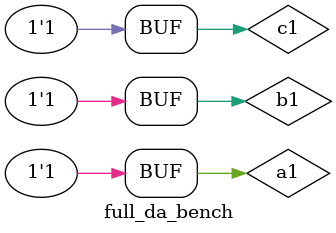
<source format=v>
module full_da_bench();
	reg a1;
	reg b1;
	reg c1;
	wire y1;
	wire x1;
	full_da dUT_1(.a(a1),.b(b1),.c(c1),.y(y1),.x(x1));
	initial
	begin
		a1=1'b0;b1=1'b0;c1=1'b0;
	#100	a1=1'b0;b1=1'b0;c1=1'b1;
	#100	a1=1'b0;b1=1'b1;c1=1'b0;
	#100	a1=1'b0;b1=1'b1;c1=1'b1;
	#100	a1=1'b1;b1=1'b0;c1=1'b0;
	#100	a1=1'b1;b1=1'b0;c1=1'b1;
	#100	a1=1'b1;b1=1'b1;c1=1'b0;
	#100	a1=1'b1;b1=1'b1;c1=1'b1;
	end
endmodule
</source>
